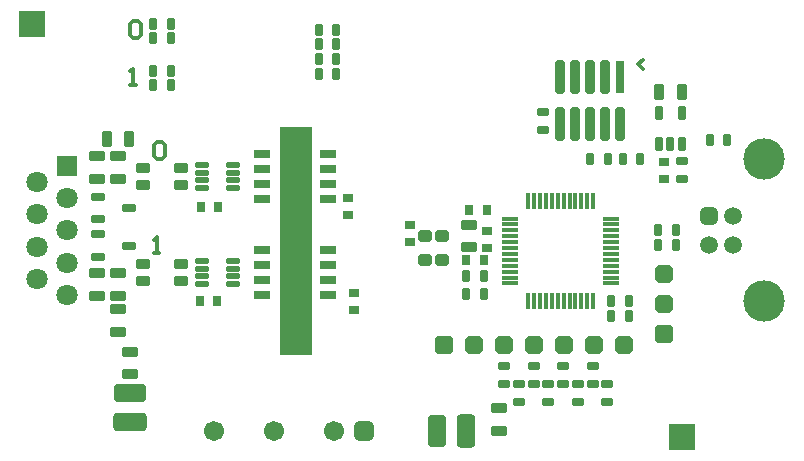
<source format=gts>
G04*
G04 #@! TF.GenerationSoftware,Altium Limited,Altium Designer,23.2.1 (34)*
G04*
G04 Layer_Color=8388736*
%FSLAX25Y25*%
%MOIN*%
G70*
G04*
G04 #@! TF.SameCoordinates,F4FF07CF-D98B-406E-856D-297B6A820A95*
G04*
G04*
G04 #@! TF.FilePolarity,Negative*
G04*
G01*
G75*
%ADD30C,0.01181*%
%ADD31R,0.10827X0.76000*%
G04:AMPARAMS|DCode=32|XSize=53.21mil|YSize=31.56mil|CornerRadius=4.76mil|HoleSize=0mil|Usage=FLASHONLY|Rotation=0.000|XOffset=0mil|YOffset=0mil|HoleType=Round|Shape=RoundedRectangle|*
%AMROUNDEDRECTD32*
21,1,0.05321,0.02205,0,0,0.0*
21,1,0.04370,0.03156,0,0,0.0*
1,1,0.00951,0.02185,-0.01102*
1,1,0.00951,-0.02185,-0.01102*
1,1,0.00951,-0.02185,0.01102*
1,1,0.00951,0.02185,0.01102*
%
%ADD32ROUNDEDRECTD32*%
%ADD33R,0.03156X0.11030*%
G04:AMPARAMS|DCode=34|XSize=31.56mil|YSize=110.3mil|CornerRadius=6.13mil|HoleSize=0mil|Usage=FLASHONLY|Rotation=180.000|XOffset=0mil|YOffset=0mil|HoleType=Round|Shape=RoundedRectangle|*
%AMROUNDEDRECTD34*
21,1,0.03156,0.09803,0,0,180.0*
21,1,0.01929,0.11030,0,0,180.0*
1,1,0.01227,-0.00965,0.04902*
1,1,0.01227,0.00965,0.04902*
1,1,0.01227,0.00965,-0.04902*
1,1,0.01227,-0.00965,-0.04902*
%
%ADD34ROUNDEDRECTD34*%
G04:AMPARAMS|DCode=35|XSize=37.47mil|YSize=27.62mil|CornerRadius=4.36mil|HoleSize=0mil|Usage=FLASHONLY|Rotation=90.000|XOffset=0mil|YOffset=0mil|HoleType=Round|Shape=RoundedRectangle|*
%AMROUNDEDRECTD35*
21,1,0.03747,0.01890,0,0,90.0*
21,1,0.02874,0.02762,0,0,90.0*
1,1,0.00872,0.00945,0.01437*
1,1,0.00872,0.00945,-0.01437*
1,1,0.00872,-0.00945,-0.01437*
1,1,0.00872,-0.00945,0.01437*
%
%ADD35ROUNDEDRECTD35*%
G04:AMPARAMS|DCode=36|XSize=37.47mil|YSize=27.62mil|CornerRadius=4.36mil|HoleSize=0mil|Usage=FLASHONLY|Rotation=180.000|XOffset=0mil|YOffset=0mil|HoleType=Round|Shape=RoundedRectangle|*
%AMROUNDEDRECTD36*
21,1,0.03747,0.01890,0,0,180.0*
21,1,0.02874,0.02762,0,0,180.0*
1,1,0.00872,-0.01437,0.00945*
1,1,0.00872,0.01437,0.00945*
1,1,0.00872,0.01437,-0.00945*
1,1,0.00872,-0.01437,-0.00945*
%
%ADD36ROUNDEDRECTD36*%
G04:AMPARAMS|DCode=37|XSize=43.37mil|YSize=39.43mil|CornerRadius=5.54mil|HoleSize=0mil|Usage=FLASHONLY|Rotation=0.000|XOffset=0mil|YOffset=0mil|HoleType=Round|Shape=RoundedRectangle|*
%AMROUNDEDRECTD37*
21,1,0.04337,0.02835,0,0,0.0*
21,1,0.03228,0.03943,0,0,0.0*
1,1,0.01109,0.01614,-0.01417*
1,1,0.01109,-0.01614,-0.01417*
1,1,0.01109,-0.01614,0.01417*
1,1,0.01109,0.01614,0.01417*
%
%ADD37ROUNDEDRECTD37*%
G04:AMPARAMS|DCode=38|XSize=15.81mil|YSize=55.18mil|CornerRadius=3.77mil|HoleSize=0mil|Usage=FLASHONLY|Rotation=0.000|XOffset=0mil|YOffset=0mil|HoleType=Round|Shape=RoundedRectangle|*
%AMROUNDEDRECTD38*
21,1,0.01581,0.04764,0,0,0.0*
21,1,0.00827,0.05518,0,0,0.0*
1,1,0.00754,0.00413,-0.02382*
1,1,0.00754,-0.00413,-0.02382*
1,1,0.00754,-0.00413,0.02382*
1,1,0.00754,0.00413,0.02382*
%
%ADD38ROUNDEDRECTD38*%
G04:AMPARAMS|DCode=39|XSize=15.81mil|YSize=55.18mil|CornerRadius=3.77mil|HoleSize=0mil|Usage=FLASHONLY|Rotation=90.000|XOffset=0mil|YOffset=0mil|HoleType=Round|Shape=RoundedRectangle|*
%AMROUNDEDRECTD39*
21,1,0.01581,0.04764,0,0,90.0*
21,1,0.00827,0.05518,0,0,90.0*
1,1,0.00754,0.02382,0.00413*
1,1,0.00754,0.02382,-0.00413*
1,1,0.00754,-0.02382,-0.00413*
1,1,0.00754,-0.02382,0.00413*
%
%ADD39ROUNDEDRECTD39*%
G04:AMPARAMS|DCode=40|XSize=35.5mil|YSize=29.59mil|CornerRadius=8.4mil|HoleSize=0mil|Usage=FLASHONLY|Rotation=270.000|XOffset=0mil|YOffset=0mil|HoleType=Round|Shape=RoundedRectangle|*
%AMROUNDEDRECTD40*
21,1,0.03550,0.01280,0,0,270.0*
21,1,0.01870,0.02959,0,0,270.0*
1,1,0.01680,-0.00640,-0.00935*
1,1,0.01680,-0.00640,0.00935*
1,1,0.01680,0.00640,0.00935*
1,1,0.01680,0.00640,-0.00935*
%
%ADD40ROUNDEDRECTD40*%
G04:AMPARAMS|DCode=41|XSize=35.5mil|YSize=29.59mil|CornerRadius=8.4mil|HoleSize=0mil|Usage=FLASHONLY|Rotation=180.000|XOffset=0mil|YOffset=0mil|HoleType=Round|Shape=RoundedRectangle|*
%AMROUNDEDRECTD41*
21,1,0.03550,0.01280,0,0,180.0*
21,1,0.01870,0.02959,0,0,180.0*
1,1,0.01680,-0.00935,0.00640*
1,1,0.01680,0.00935,0.00640*
1,1,0.01680,0.00935,-0.00640*
1,1,0.01680,-0.00935,-0.00640*
%
%ADD41ROUNDEDRECTD41*%
G04:AMPARAMS|DCode=42|XSize=53.21mil|YSize=31.56mil|CornerRadius=4.76mil|HoleSize=0mil|Usage=FLASHONLY|Rotation=270.000|XOffset=0mil|YOffset=0mil|HoleType=Round|Shape=RoundedRectangle|*
%AMROUNDEDRECTD42*
21,1,0.05321,0.02205,0,0,270.0*
21,1,0.04370,0.03156,0,0,270.0*
1,1,0.00951,-0.01102,-0.02185*
1,1,0.00951,-0.01102,0.02185*
1,1,0.00951,0.01102,0.02185*
1,1,0.00951,0.01102,-0.02185*
%
%ADD42ROUNDEDRECTD42*%
G04:AMPARAMS|DCode=43|XSize=27.62mil|YSize=47.31mil|CornerRadius=4.36mil|HoleSize=0mil|Usage=FLASHONLY|Rotation=180.000|XOffset=0mil|YOffset=0mil|HoleType=Round|Shape=RoundedRectangle|*
%AMROUNDEDRECTD43*
21,1,0.02762,0.03858,0,0,180.0*
21,1,0.01890,0.04731,0,0,180.0*
1,1,0.00872,-0.00945,0.01929*
1,1,0.00872,0.00945,0.01929*
1,1,0.00872,0.00945,-0.01929*
1,1,0.00872,-0.00945,-0.01929*
%
%ADD43ROUNDEDRECTD43*%
G04:AMPARAMS|DCode=44|XSize=59.12mil|YSize=106.36mil|CornerRadius=10.27mil|HoleSize=0mil|Usage=FLASHONLY|Rotation=180.000|XOffset=0mil|YOffset=0mil|HoleType=Round|Shape=RoundedRectangle|*
%AMROUNDEDRECTD44*
21,1,0.05912,0.08583,0,0,180.0*
21,1,0.03858,0.10636,0,0,180.0*
1,1,0.02054,-0.01929,0.04291*
1,1,0.02054,0.01929,0.04291*
1,1,0.02054,0.01929,-0.04291*
1,1,0.02054,-0.01929,-0.04291*
%
%ADD44ROUNDEDRECTD44*%
G04:AMPARAMS|DCode=45|XSize=63.12mil|YSize=110.36mil|CornerRadius=12.27mil|HoleSize=0mil|Usage=FLASHONLY|Rotation=180.000|XOffset=0mil|YOffset=0mil|HoleType=Round|Shape=RoundedRectangle|*
%AMROUNDEDRECTD45*
21,1,0.06312,0.08583,0,0,180.0*
21,1,0.03858,0.11036,0,0,180.0*
1,1,0.02454,-0.01929,0.04291*
1,1,0.02454,0.01929,0.04291*
1,1,0.02454,0.01929,-0.04291*
1,1,0.02454,-0.01929,-0.04291*
%
%ADD45ROUNDEDRECTD45*%
%ADD46C,0.04337*%
%ADD47R,0.08661X0.08661*%
G04:AMPARAMS|DCode=48|XSize=47.31mil|YSize=35.5mil|CornerRadius=6.72mil|HoleSize=0mil|Usage=FLASHONLY|Rotation=0.000|XOffset=0mil|YOffset=0mil|HoleType=Round|Shape=RoundedRectangle|*
%AMROUNDEDRECTD48*
21,1,0.04731,0.02205,0,0,0.0*
21,1,0.03386,0.03550,0,0,0.0*
1,1,0.01345,0.01693,-0.01102*
1,1,0.01345,-0.01693,-0.01102*
1,1,0.01345,-0.01693,0.01102*
1,1,0.01345,0.01693,0.01102*
%
%ADD48ROUNDEDRECTD48*%
G04:AMPARAMS|DCode=49|XSize=21.32mil|YSize=43.37mil|CornerRadius=4.6mil|HoleSize=0mil|Usage=FLASHONLY|Rotation=270.000|XOffset=0mil|YOffset=0mil|HoleType=Round|Shape=RoundedRectangle|*
%AMROUNDEDRECTD49*
21,1,0.02132,0.03417,0,0,270.0*
21,1,0.01213,0.04337,0,0,270.0*
1,1,0.00920,-0.01709,-0.00606*
1,1,0.00920,-0.01709,0.00606*
1,1,0.00920,0.01709,0.00606*
1,1,0.00920,0.01709,-0.00606*
%
%ADD49ROUNDEDRECTD49*%
G04:AMPARAMS|DCode=50|XSize=27.62mil|YSize=55.18mil|CornerRadius=4.36mil|HoleSize=0mil|Usage=FLASHONLY|Rotation=270.000|XOffset=0mil|YOffset=0mil|HoleType=Round|Shape=RoundedRectangle|*
%AMROUNDEDRECTD50*
21,1,0.02762,0.04646,0,0,270.0*
21,1,0.01890,0.05518,0,0,270.0*
1,1,0.00872,-0.02323,-0.00945*
1,1,0.00872,-0.02323,0.00945*
1,1,0.00872,0.02323,0.00945*
1,1,0.00872,0.02323,-0.00945*
%
%ADD50ROUNDEDRECTD50*%
G04:AMPARAMS|DCode=51|XSize=27.62mil|YSize=47.31mil|CornerRadius=4.36mil|HoleSize=0mil|Usage=FLASHONLY|Rotation=90.000|XOffset=0mil|YOffset=0mil|HoleType=Round|Shape=RoundedRectangle|*
%AMROUNDEDRECTD51*
21,1,0.02762,0.03858,0,0,90.0*
21,1,0.01890,0.04731,0,0,90.0*
1,1,0.00872,0.01929,0.00945*
1,1,0.00872,0.01929,-0.00945*
1,1,0.00872,-0.01929,-0.00945*
1,1,0.00872,-0.01929,0.00945*
%
%ADD51ROUNDEDRECTD51*%
G04:AMPARAMS|DCode=52|XSize=63.12mil|YSize=110.36mil|CornerRadius=12.27mil|HoleSize=0mil|Usage=FLASHONLY|Rotation=90.000|XOffset=0mil|YOffset=0mil|HoleType=Round|Shape=RoundedRectangle|*
%AMROUNDEDRECTD52*
21,1,0.06312,0.08583,0,0,90.0*
21,1,0.03858,0.11036,0,0,90.0*
1,1,0.02454,0.04291,0.01929*
1,1,0.02454,0.04291,-0.01929*
1,1,0.02454,-0.04291,-0.01929*
1,1,0.02454,-0.04291,0.01929*
%
%ADD52ROUNDEDRECTD52*%
G04:AMPARAMS|DCode=53|XSize=59.12mil|YSize=106.36mil|CornerRadius=10.27mil|HoleSize=0mil|Usage=FLASHONLY|Rotation=90.000|XOffset=0mil|YOffset=0mil|HoleType=Round|Shape=RoundedRectangle|*
%AMROUNDEDRECTD53*
21,1,0.05912,0.08583,0,0,90.0*
21,1,0.03858,0.10636,0,0,90.0*
1,1,0.02054,0.04291,0.01929*
1,1,0.02054,0.04291,-0.01929*
1,1,0.02054,-0.04291,-0.01929*
1,1,0.02054,-0.04291,0.01929*
%
%ADD53ROUNDEDRECTD53*%
%ADD54C,0.07093*%
%ADD55R,0.07093X0.07093*%
%ADD56C,0.00400*%
G04:AMPARAMS|DCode=57|XSize=63.06mil|YSize=63.06mil|CornerRadius=0mil|HoleSize=0mil|Usage=FLASHONLY|Rotation=0.000|XOffset=0mil|YOffset=0mil|HoleType=Round|Shape=Octagon|*
%AMOCTAGOND57*
4,1,8,0.03153,-0.01576,0.03153,0.01576,0.01576,0.03153,-0.01576,0.03153,-0.03153,0.01576,-0.03153,-0.01576,-0.01576,-0.03153,0.01576,-0.03153,0.03153,-0.01576,0.0*
%
%ADD57OCTAGOND57*%

G04:AMPARAMS|DCode=58|XSize=63.06mil|YSize=63.06mil|CornerRadius=16.76mil|HoleSize=0mil|Usage=FLASHONLY|Rotation=0.000|XOffset=0mil|YOffset=0mil|HoleType=Round|Shape=RoundedRectangle|*
%AMROUNDEDRECTD58*
21,1,0.06306,0.02953,0,0,0.0*
21,1,0.02953,0.06306,0,0,0.0*
1,1,0.03353,0.01476,-0.01476*
1,1,0.03353,-0.01476,-0.01476*
1,1,0.03353,-0.01476,0.01476*
1,1,0.03353,0.01476,0.01476*
%
%ADD58ROUNDEDRECTD58*%
G04:AMPARAMS|DCode=59|XSize=63.06mil|YSize=63.06mil|CornerRadius=0mil|HoleSize=0mil|Usage=FLASHONLY|Rotation=90.000|XOffset=0mil|YOffset=0mil|HoleType=Round|Shape=Octagon|*
%AMOCTAGOND59*
4,1,8,0.01576,0.03153,-0.01576,0.03153,-0.03153,0.01576,-0.03153,-0.01576,-0.01576,-0.03153,0.01576,-0.03153,0.03153,-0.01576,0.03153,0.01576,0.01576,0.03153,0.0*
%
%ADD59OCTAGOND59*%

G04:AMPARAMS|DCode=60|XSize=63.06mil|YSize=63.06mil|CornerRadius=16.76mil|HoleSize=0mil|Usage=FLASHONLY|Rotation=90.000|XOffset=0mil|YOffset=0mil|HoleType=Round|Shape=RoundedRectangle|*
%AMROUNDEDRECTD60*
21,1,0.06306,0.02953,0,0,90.0*
21,1,0.02953,0.06306,0,0,90.0*
1,1,0.03353,0.01476,0.01476*
1,1,0.03353,0.01476,-0.01476*
1,1,0.03353,-0.01476,-0.01476*
1,1,0.03353,-0.01476,0.01476*
%
%ADD60ROUNDEDRECTD60*%
%ADD61C,0.13786*%
%ADD62C,0.05912*%
G04:AMPARAMS|DCode=63|XSize=59.12mil|YSize=59.12mil|CornerRadius=15.78mil|HoleSize=0mil|Usage=FLASHONLY|Rotation=90.000|XOffset=0mil|YOffset=0mil|HoleType=Round|Shape=RoundedRectangle|*
%AMROUNDEDRECTD63*
21,1,0.05912,0.02756,0,0,90.0*
21,1,0.02756,0.05912,0,0,90.0*
1,1,0.03156,0.01378,0.01378*
1,1,0.03156,0.01378,-0.01378*
1,1,0.03156,-0.01378,-0.01378*
1,1,0.03156,-0.01378,0.01378*
%
%ADD63ROUNDEDRECTD63*%
%ADD64C,0.06699*%
G04:AMPARAMS|DCode=65|XSize=66.99mil|YSize=66.99mil|CornerRadius=17.75mil|HoleSize=0mil|Usage=FLASHONLY|Rotation=0.000|XOffset=0mil|YOffset=0mil|HoleType=Round|Shape=RoundedRectangle|*
%AMROUNDEDRECTD65*
21,1,0.06699,0.03150,0,0,0.0*
21,1,0.03150,0.06699,0,0,0.0*
1,1,0.03550,0.01575,-0.01575*
1,1,0.03550,-0.01575,-0.01575*
1,1,0.03550,-0.01575,0.01575*
1,1,0.03550,0.01575,0.01575*
%
%ADD65ROUNDEDRECTD65*%
D30*
X219291Y133661D02*
X217717Y132087D01*
X219291Y130513D01*
X56299Y69095D02*
X58136D01*
X57218D01*
Y74604D01*
X56299Y73686D01*
Y105182D02*
X57218Y106101D01*
X59054D01*
X59973Y105182D01*
Y101509D01*
X59054Y100591D01*
X57218D01*
X56299Y101509D01*
Y105182D01*
X48425Y145537D02*
X49343Y146455D01*
X51180D01*
X52099Y145537D01*
Y141863D01*
X51180Y140945D01*
X49343D01*
X48425Y141863D01*
Y145537D01*
Y125197D02*
X50262D01*
X49343D01*
Y130707D01*
X48425Y129788D01*
D31*
X103839Y73220D02*
D03*
D32*
X171260Y17520D02*
D03*
Y10039D02*
D03*
X161417Y78543D02*
D03*
Y71063D02*
D03*
X48228Y28740D02*
D03*
Y36220D02*
D03*
X44419Y50413D02*
D03*
Y42933D02*
D03*
Y93933D02*
D03*
Y101413D02*
D03*
X37419D02*
D03*
Y93933D02*
D03*
X44419Y62413D02*
D03*
Y54933D02*
D03*
X37419D02*
D03*
Y62413D02*
D03*
D33*
X211732Y127953D02*
D03*
D34*
Y112205D02*
D03*
X206732Y127953D02*
D03*
Y112205D02*
D03*
X201732Y127953D02*
D03*
X196732D02*
D03*
X191732D02*
D03*
X201732Y112205D02*
D03*
X196732D02*
D03*
X191732D02*
D03*
D35*
X207677Y100394D02*
D03*
X201772D02*
D03*
X218504D02*
D03*
X212598D02*
D03*
X241559Y106811D02*
D03*
X247465D02*
D03*
X230315Y71850D02*
D03*
X224409D02*
D03*
X230315Y76772D02*
D03*
X224409D02*
D03*
X111221Y143701D02*
D03*
X117126D02*
D03*
Y138779D02*
D03*
X111221D02*
D03*
Y133858D02*
D03*
X117126D02*
D03*
Y128937D02*
D03*
X111221D02*
D03*
X208661Y48228D02*
D03*
X214567D02*
D03*
X160433Y55709D02*
D03*
X166339D02*
D03*
Y61614D02*
D03*
X160433D02*
D03*
X62008Y125197D02*
D03*
X56102D02*
D03*
X62008Y129921D02*
D03*
X56102D02*
D03*
X62008Y140945D02*
D03*
X56102D02*
D03*
X62008Y145669D02*
D03*
X56102D02*
D03*
X208661Y53150D02*
D03*
X214567D02*
D03*
D36*
X186024Y116142D02*
D03*
Y110236D02*
D03*
X187835Y19685D02*
D03*
Y25591D02*
D03*
X192756Y31496D02*
D03*
Y25591D02*
D03*
X197677Y25591D02*
D03*
Y19685D02*
D03*
X202598Y31496D02*
D03*
Y25591D02*
D03*
X207520Y19685D02*
D03*
Y25591D02*
D03*
X182913Y31496D02*
D03*
Y25591D02*
D03*
X173071Y31496D02*
D03*
Y25591D02*
D03*
X177992Y25591D02*
D03*
Y19685D02*
D03*
X232512Y93858D02*
D03*
Y99764D02*
D03*
D37*
X152362Y75000D02*
D03*
X146850D02*
D03*
Y66732D02*
D03*
X152362D02*
D03*
D38*
X181102Y86614D02*
D03*
X183071D02*
D03*
X185039D02*
D03*
X187008D02*
D03*
X188976D02*
D03*
X190945D02*
D03*
X192913D02*
D03*
X194882D02*
D03*
X196850D02*
D03*
X198819D02*
D03*
X200787D02*
D03*
X202756D02*
D03*
Y53150D02*
D03*
X200787D02*
D03*
X198819D02*
D03*
X196850D02*
D03*
X194882D02*
D03*
X192913D02*
D03*
X190945D02*
D03*
X188976D02*
D03*
X187008D02*
D03*
X185039D02*
D03*
X183071D02*
D03*
X181102D02*
D03*
D39*
X208661Y80709D02*
D03*
Y78740D02*
D03*
Y76772D02*
D03*
Y74803D02*
D03*
Y72835D02*
D03*
Y70866D02*
D03*
Y68898D02*
D03*
Y66929D02*
D03*
Y64961D02*
D03*
Y62992D02*
D03*
Y61024D02*
D03*
Y59055D02*
D03*
X175197D02*
D03*
Y61024D02*
D03*
Y62992D02*
D03*
Y64961D02*
D03*
Y66929D02*
D03*
Y68898D02*
D03*
Y70866D02*
D03*
Y72835D02*
D03*
Y74803D02*
D03*
Y76772D02*
D03*
Y78740D02*
D03*
Y80709D02*
D03*
D40*
X160531Y66929D02*
D03*
X166240D02*
D03*
X167224Y83661D02*
D03*
X161516D02*
D03*
X72065Y84673D02*
D03*
X77774D02*
D03*
X71565Y53173D02*
D03*
X77274D02*
D03*
D41*
X226512Y99665D02*
D03*
Y93957D02*
D03*
X141732Y72933D02*
D03*
Y78642D02*
D03*
X167323Y70965D02*
D03*
Y76673D02*
D03*
X121063Y87500D02*
D03*
Y81791D02*
D03*
X123031Y56004D02*
D03*
Y50295D02*
D03*
D42*
X224772Y122811D02*
D03*
X232252D02*
D03*
X48031Y107283D02*
D03*
X40551D02*
D03*
D43*
X224772Y115929D02*
D03*
X232252D02*
D03*
Y105693D02*
D03*
X228512D02*
D03*
X224772D02*
D03*
D44*
X150787Y9843D02*
D03*
D45*
X160236D02*
D03*
D46*
X232283Y7874D02*
D03*
X15748Y145669D02*
D03*
D47*
X232283Y7874D02*
D03*
X15748Y145669D02*
D03*
D48*
X52620Y65429D02*
D03*
X65219D02*
D03*
Y59917D02*
D03*
X52620D02*
D03*
Y97429D02*
D03*
X65219D02*
D03*
Y91917D02*
D03*
X52620D02*
D03*
D49*
X82537Y90835D02*
D03*
Y93394D02*
D03*
Y95953D02*
D03*
X72301D02*
D03*
Y93394D02*
D03*
Y90835D02*
D03*
X82537Y98512D02*
D03*
X72301D02*
D03*
Y66512D02*
D03*
X82537D02*
D03*
X72301Y58835D02*
D03*
Y61394D02*
D03*
Y63953D02*
D03*
X82537D02*
D03*
Y61394D02*
D03*
Y58835D02*
D03*
D50*
X114396Y87173D02*
D03*
Y92173D02*
D03*
Y97173D02*
D03*
Y102173D02*
D03*
X92348Y87173D02*
D03*
Y92173D02*
D03*
Y97173D02*
D03*
Y102173D02*
D03*
X114396Y55173D02*
D03*
Y60173D02*
D03*
Y65173D02*
D03*
Y70173D02*
D03*
X92348Y55173D02*
D03*
Y60173D02*
D03*
Y65173D02*
D03*
Y70173D02*
D03*
D51*
X37801Y87913D02*
D03*
Y80433D02*
D03*
X48037Y84173D02*
D03*
X37801Y75413D02*
D03*
Y67933D02*
D03*
X48037Y71673D02*
D03*
D52*
X48228Y12992D02*
D03*
D53*
Y22441D02*
D03*
D54*
X17500Y71378D02*
D03*
Y82165D02*
D03*
X27500Y76772D02*
D03*
Y87559D02*
D03*
Y65984D02*
D03*
Y55197D02*
D03*
X17500Y92953D02*
D03*
Y60590D02*
D03*
D55*
X27500Y98347D02*
D03*
D56*
X22500Y125984D02*
D03*
Y27559D02*
D03*
X255906Y15748D02*
D03*
Y137795D02*
D03*
D57*
X202913Y38386D02*
D03*
X162913D02*
D03*
X172913D02*
D03*
X182913D02*
D03*
X192913D02*
D03*
X212913D02*
D03*
D58*
X152913D02*
D03*
D59*
X226378Y62165D02*
D03*
Y52165D02*
D03*
D60*
Y42165D02*
D03*
D61*
X259842Y53150D02*
D03*
Y100394D02*
D03*
D62*
X249213Y71850D02*
D03*
Y81693D02*
D03*
X241339Y71850D02*
D03*
D63*
Y81693D02*
D03*
D64*
X96457Y9843D02*
D03*
X76457D02*
D03*
X116457D02*
D03*
D65*
X126457Y9843D02*
D03*
M02*

</source>
